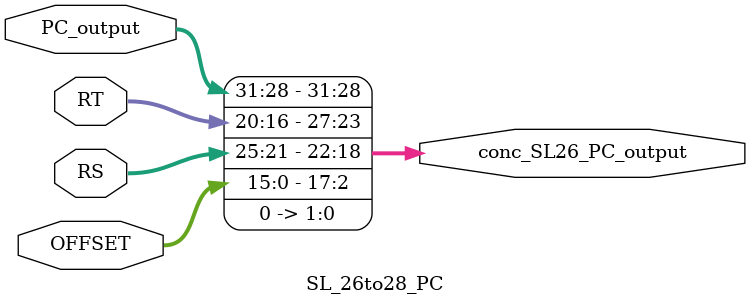
<source format=v>
module SL_26to28_PC(
    input wire [25:21] RS,
    input wire [20:16] RT,
    input wire [15:0] OFFSET,
    input wire [31:0] PC_output,

    output wire [31:0] conc_SL26_PC_output
);

    assign conc_SL26_PC_output = {PC_output[31:28], RT, RS, OFFSET, 2'b00};

endmodule
</source>
